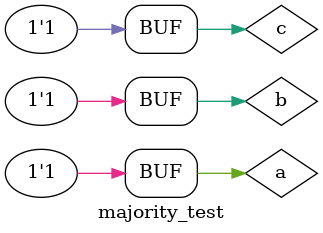
<source format=v>


module Majority(a,b,c,f);		//input output ports
input a,b,c;
output f;
wire inva, invb, o1, o2, o3;	//additional wires

not(inva,a);					//using built in gates
not(invb,b);

and(o1, inva, b, c);
and(o2, a, invb, c);
and(o3, a, b);

or(f,o1, o2, o3);
endmodule

module majority_test;				// module to test-run
reg a,b,c;
wire f;
		
	Majority my_majority(a,b,c,f);
		
initial begin
      $display("Time\tA\tB\tC\tF");
      $display("---------------------------------");
      $monitor("%0d\t%b\t%b\t%b\t%b", $time, a, b, c, f);	// use $monitor
   end
   
initial begin

a = 0; b = 0; c = 0;	// using bit pattern counting
#1;
a = 0; b = 0; c = 1;
#1;
a = 0; b = 1; c = 0;
#1;
a = 0; b = 1; c = 1;
#1;
a = 1; b = 0; c = 0;
#1;
a = 1; b = 0; c = 1;
#1;
a = 1; b = 1; c = 0;
#1;
a = 1; b = 1; c = 1;
#1;

end
endmodule
   

</source>
